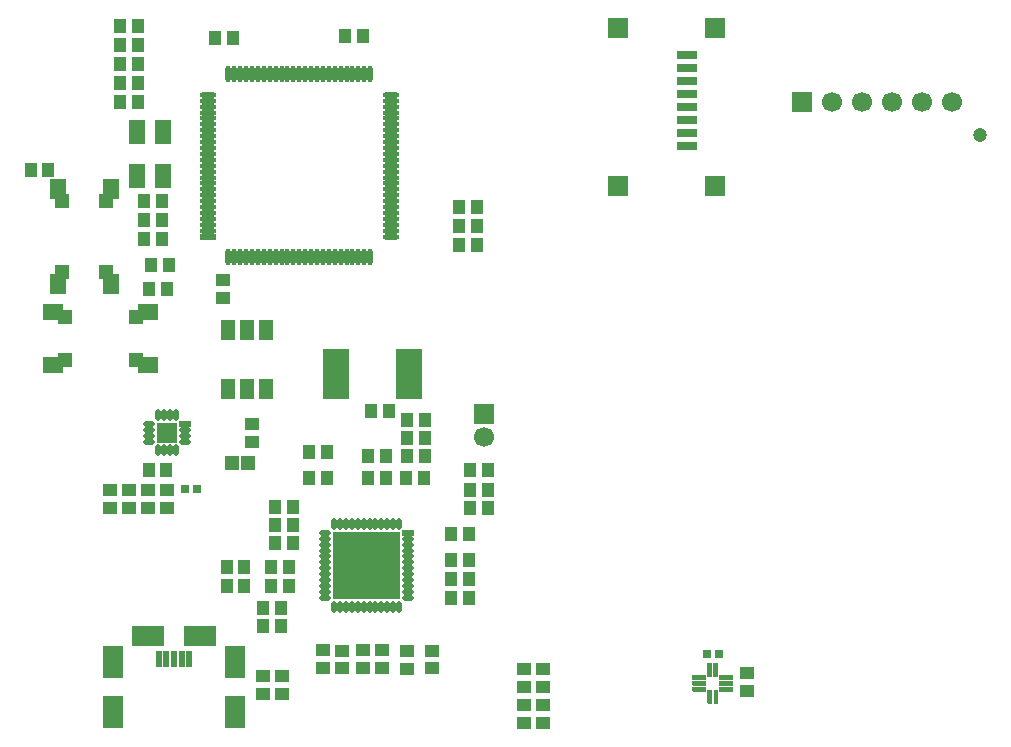
<source format=gbs>
G04 #@! TF.GenerationSoftware,KiCad,Pcbnew,(2017-02-02 revision 8dadc18)-makepkg*
G04 #@! TF.CreationDate,2017-03-13T12:53:18+03:00*
G04 #@! TF.ProjectId,Badge,42616467652E6B696361645F70636200,rev?*
G04 #@! TF.FileFunction,Soldermask,Bot*
G04 #@! TF.FilePolarity,Negative*
%FSLAX46Y46*%
G04 Gerber Fmt 4.6, Leading zero omitted, Abs format (unit mm)*
G04 Created by KiCad (PCBNEW (2017-02-02 revision 8dadc18)-makepkg) date 03/13/17 12:53:18*
%MOMM*%
%LPD*%
G01*
G04 APERTURE LIST*
%ADD10C,0.100000*%
%ADD11R,0.450000X1.200000*%
%ADD12C,0.450000*%
%ADD13R,2.300000X4.200000*%
%ADD14R,1.216000X1.089000*%
%ADD15R,1.700000X1.700000*%
%ADD16C,1.700000*%
%ADD17R,0.800000X0.800000*%
%ADD18R,1.000000X0.500000*%
%ADD19O,1.000000X0.500000*%
%ADD20O,0.500000X1.000000*%
%ADD21R,1.200000X1.300000*%
%ADD22R,1.700000X1.400000*%
%ADD23R,1.300000X1.200000*%
%ADD24R,1.400000X1.700000*%
%ADD25R,1.089000X1.216000*%
%ADD26R,1.701140X0.700380*%
%ADD27R,1.701140X1.701140*%
%ADD28R,1.700000X2.700000*%
%ADD29R,2.700000X1.700000*%
%ADD30R,0.600000X1.450000*%
%ADD31R,1.300000X1.800000*%
%ADD32R,1.400000X0.480000*%
%ADD33O,1.400000X0.480000*%
%ADD34O,0.480000X1.400000*%
%ADD35C,1.200000*%
%ADD36R,1.600000X1.600000*%
%ADD37R,1.398880X2.099920*%
%ADD38R,1.100000X1.200000*%
%ADD39R,1.200000X1.100000*%
%ADD40R,1.280000X1.200000*%
G04 APERTURE END LIST*
D10*
D11*
X159850000Y-108350000D03*
D10*
G36*
X159473527Y-107750542D02*
X159484448Y-107752162D01*
X159495157Y-107754844D01*
X159505552Y-107758564D01*
X159515532Y-107763284D01*
X159525002Y-107768960D01*
X159533869Y-107775536D01*
X159542050Y-107782950D01*
X159549464Y-107791131D01*
X159556040Y-107799998D01*
X159561716Y-107809468D01*
X159566436Y-107819448D01*
X159570156Y-107829843D01*
X159572838Y-107840552D01*
X159574458Y-107851473D01*
X159575000Y-107862500D01*
X159575000Y-108837500D01*
X159574458Y-108848527D01*
X159572838Y-108859448D01*
X159570156Y-108870157D01*
X159566436Y-108880552D01*
X159561716Y-108890532D01*
X159556040Y-108900002D01*
X159549464Y-108908869D01*
X159542050Y-108917050D01*
X159533869Y-108924464D01*
X159525002Y-108931040D01*
X159515532Y-108936716D01*
X159505552Y-108941436D01*
X159495157Y-108945156D01*
X159484448Y-108947838D01*
X159473527Y-108949458D01*
X159462500Y-108950000D01*
X159237500Y-108950000D01*
X159226473Y-108949458D01*
X159215552Y-108947838D01*
X159204843Y-108945156D01*
X159194448Y-108941436D01*
X159184468Y-108936716D01*
X159174998Y-108931040D01*
X159166131Y-108924464D01*
X159157950Y-108917050D01*
X159150536Y-108908869D01*
X159143960Y-108900002D01*
X159138284Y-108890532D01*
X159133564Y-108880552D01*
X159129844Y-108870157D01*
X159127162Y-108859448D01*
X159125542Y-108848527D01*
X159125000Y-108837500D01*
X159125000Y-107862500D01*
X159125542Y-107851473D01*
X159127162Y-107840552D01*
X159129844Y-107829843D01*
X159133564Y-107819448D01*
X159138284Y-107809468D01*
X159143960Y-107799998D01*
X159150536Y-107791131D01*
X159157950Y-107782950D01*
X159166131Y-107775536D01*
X159174998Y-107768960D01*
X159184468Y-107763284D01*
X159194448Y-107758564D01*
X159204843Y-107754844D01*
X159215552Y-107752162D01*
X159226473Y-107750542D01*
X159237500Y-107750000D01*
X159462500Y-107750000D01*
X159473527Y-107750542D01*
X159473527Y-107750542D01*
G37*
D12*
X159350000Y-108350000D03*
D10*
G36*
X158973527Y-107500542D02*
X158984448Y-107502162D01*
X158995157Y-107504844D01*
X159005552Y-107508564D01*
X159015532Y-107513284D01*
X159025002Y-107518960D01*
X159033869Y-107525536D01*
X159042050Y-107532950D01*
X159049464Y-107541131D01*
X159056040Y-107549998D01*
X159061716Y-107559468D01*
X159066436Y-107569448D01*
X159070156Y-107579843D01*
X159072838Y-107590552D01*
X159074458Y-107601473D01*
X159075000Y-107612500D01*
X159075000Y-107837500D01*
X159074458Y-107848527D01*
X159072838Y-107859448D01*
X159070156Y-107870157D01*
X159066436Y-107880552D01*
X159061716Y-107890532D01*
X159056040Y-107900002D01*
X159049464Y-107908869D01*
X159042050Y-107917050D01*
X159033869Y-107924464D01*
X159025002Y-107931040D01*
X159015532Y-107936716D01*
X159005552Y-107941436D01*
X158995157Y-107945156D01*
X158984448Y-107947838D01*
X158973527Y-107949458D01*
X158962500Y-107950000D01*
X157987500Y-107950000D01*
X157976473Y-107949458D01*
X157965552Y-107947838D01*
X157954843Y-107945156D01*
X157944448Y-107941436D01*
X157934468Y-107936716D01*
X157924998Y-107931040D01*
X157916131Y-107924464D01*
X157907950Y-107917050D01*
X157900536Y-107908869D01*
X157893960Y-107900002D01*
X157888284Y-107890532D01*
X157883564Y-107880552D01*
X157879844Y-107870157D01*
X157877162Y-107859448D01*
X157875542Y-107848527D01*
X157875000Y-107837500D01*
X157875000Y-107612500D01*
X157875542Y-107601473D01*
X157877162Y-107590552D01*
X157879844Y-107579843D01*
X157883564Y-107569448D01*
X157888284Y-107559468D01*
X157893960Y-107549998D01*
X157900536Y-107541131D01*
X157907950Y-107532950D01*
X157916131Y-107525536D01*
X157924998Y-107518960D01*
X157934468Y-107513284D01*
X157944448Y-107508564D01*
X157954843Y-107504844D01*
X157965552Y-107502162D01*
X157976473Y-107500542D01*
X157987500Y-107500000D01*
X158962500Y-107500000D01*
X158973527Y-107500542D01*
X158973527Y-107500542D01*
G37*
D12*
X158475000Y-107725000D03*
D10*
G36*
X158973527Y-107000542D02*
X158984448Y-107002162D01*
X158995157Y-107004844D01*
X159005552Y-107008564D01*
X159015532Y-107013284D01*
X159025002Y-107018960D01*
X159033869Y-107025536D01*
X159042050Y-107032950D01*
X159049464Y-107041131D01*
X159056040Y-107049998D01*
X159061716Y-107059468D01*
X159066436Y-107069448D01*
X159070156Y-107079843D01*
X159072838Y-107090552D01*
X159074458Y-107101473D01*
X159075000Y-107112500D01*
X159075000Y-107337500D01*
X159074458Y-107348527D01*
X159072838Y-107359448D01*
X159070156Y-107370157D01*
X159066436Y-107380552D01*
X159061716Y-107390532D01*
X159056040Y-107400002D01*
X159049464Y-107408869D01*
X159042050Y-107417050D01*
X159033869Y-107424464D01*
X159025002Y-107431040D01*
X159015532Y-107436716D01*
X159005552Y-107441436D01*
X158995157Y-107445156D01*
X158984448Y-107447838D01*
X158973527Y-107449458D01*
X158962500Y-107450000D01*
X157987500Y-107450000D01*
X157976473Y-107449458D01*
X157965552Y-107447838D01*
X157954843Y-107445156D01*
X157944448Y-107441436D01*
X157934468Y-107436716D01*
X157924998Y-107431040D01*
X157916131Y-107424464D01*
X157907950Y-107417050D01*
X157900536Y-107408869D01*
X157893960Y-107400002D01*
X157888284Y-107390532D01*
X157883564Y-107380552D01*
X157879844Y-107370157D01*
X157877162Y-107359448D01*
X157875542Y-107348527D01*
X157875000Y-107337500D01*
X157875000Y-107112500D01*
X157875542Y-107101473D01*
X157877162Y-107090552D01*
X157879844Y-107079843D01*
X157883564Y-107069448D01*
X157888284Y-107059468D01*
X157893960Y-107049998D01*
X157900536Y-107041131D01*
X157907950Y-107032950D01*
X157916131Y-107025536D01*
X157924998Y-107018960D01*
X157934468Y-107013284D01*
X157944448Y-107008564D01*
X157954843Y-107004844D01*
X157965552Y-107002162D01*
X157976473Y-107000542D01*
X157987500Y-107000000D01*
X158962500Y-107000000D01*
X158973527Y-107000542D01*
X158973527Y-107000542D01*
G37*
D12*
X158475000Y-107225000D03*
D10*
G36*
X158973527Y-106500542D02*
X158984448Y-106502162D01*
X158995157Y-106504844D01*
X159005552Y-106508564D01*
X159015532Y-106513284D01*
X159025002Y-106518960D01*
X159033869Y-106525536D01*
X159042050Y-106532950D01*
X159049464Y-106541131D01*
X159056040Y-106549998D01*
X159061716Y-106559468D01*
X159066436Y-106569448D01*
X159070156Y-106579843D01*
X159072838Y-106590552D01*
X159074458Y-106601473D01*
X159075000Y-106612500D01*
X159075000Y-106837500D01*
X159074458Y-106848527D01*
X159072838Y-106859448D01*
X159070156Y-106870157D01*
X159066436Y-106880552D01*
X159061716Y-106890532D01*
X159056040Y-106900002D01*
X159049464Y-106908869D01*
X159042050Y-106917050D01*
X159033869Y-106924464D01*
X159025002Y-106931040D01*
X159015532Y-106936716D01*
X159005552Y-106941436D01*
X158995157Y-106945156D01*
X158984448Y-106947838D01*
X158973527Y-106949458D01*
X158962500Y-106950000D01*
X157987500Y-106950000D01*
X157976473Y-106949458D01*
X157965552Y-106947838D01*
X157954843Y-106945156D01*
X157944448Y-106941436D01*
X157934468Y-106936716D01*
X157924998Y-106931040D01*
X157916131Y-106924464D01*
X157907950Y-106917050D01*
X157900536Y-106908869D01*
X157893960Y-106900002D01*
X157888284Y-106890532D01*
X157883564Y-106880552D01*
X157879844Y-106870157D01*
X157877162Y-106859448D01*
X157875542Y-106848527D01*
X157875000Y-106837500D01*
X157875000Y-106612500D01*
X157875542Y-106601473D01*
X157877162Y-106590552D01*
X157879844Y-106579843D01*
X157883564Y-106569448D01*
X157888284Y-106559468D01*
X157893960Y-106549998D01*
X157900536Y-106541131D01*
X157907950Y-106532950D01*
X157916131Y-106525536D01*
X157924998Y-106518960D01*
X157934468Y-106513284D01*
X157944448Y-106508564D01*
X157954843Y-106504844D01*
X157965552Y-106502162D01*
X157976473Y-106500542D01*
X157987500Y-106500000D01*
X158962500Y-106500000D01*
X158973527Y-106500542D01*
X158973527Y-106500542D01*
G37*
D12*
X158475000Y-106725000D03*
D10*
G36*
X159473527Y-105500542D02*
X159484448Y-105502162D01*
X159495157Y-105504844D01*
X159505552Y-105508564D01*
X159515532Y-105513284D01*
X159525002Y-105518960D01*
X159533869Y-105525536D01*
X159542050Y-105532950D01*
X159549464Y-105541131D01*
X159556040Y-105549998D01*
X159561716Y-105559468D01*
X159566436Y-105569448D01*
X159570156Y-105579843D01*
X159572838Y-105590552D01*
X159574458Y-105601473D01*
X159575000Y-105612500D01*
X159575000Y-106587500D01*
X159574458Y-106598527D01*
X159572838Y-106609448D01*
X159570156Y-106620157D01*
X159566436Y-106630552D01*
X159561716Y-106640532D01*
X159556040Y-106650002D01*
X159549464Y-106658869D01*
X159542050Y-106667050D01*
X159533869Y-106674464D01*
X159525002Y-106681040D01*
X159515532Y-106686716D01*
X159505552Y-106691436D01*
X159495157Y-106695156D01*
X159484448Y-106697838D01*
X159473527Y-106699458D01*
X159462500Y-106700000D01*
X159237500Y-106700000D01*
X159226473Y-106699458D01*
X159215552Y-106697838D01*
X159204843Y-106695156D01*
X159194448Y-106691436D01*
X159184468Y-106686716D01*
X159174998Y-106681040D01*
X159166131Y-106674464D01*
X159157950Y-106667050D01*
X159150536Y-106658869D01*
X159143960Y-106650002D01*
X159138284Y-106640532D01*
X159133564Y-106630552D01*
X159129844Y-106620157D01*
X159127162Y-106609448D01*
X159125542Y-106598527D01*
X159125000Y-106587500D01*
X159125000Y-105612500D01*
X159125542Y-105601473D01*
X159127162Y-105590552D01*
X159129844Y-105579843D01*
X159133564Y-105569448D01*
X159138284Y-105559468D01*
X159143960Y-105549998D01*
X159150536Y-105541131D01*
X159157950Y-105532950D01*
X159166131Y-105525536D01*
X159174998Y-105518960D01*
X159184468Y-105513284D01*
X159194448Y-105508564D01*
X159204843Y-105504844D01*
X159215552Y-105502162D01*
X159226473Y-105500542D01*
X159237500Y-105500000D01*
X159462500Y-105500000D01*
X159473527Y-105500542D01*
X159473527Y-105500542D01*
G37*
D12*
X159350000Y-106100000D03*
D10*
G36*
X159973527Y-105500542D02*
X159984448Y-105502162D01*
X159995157Y-105504844D01*
X160005552Y-105508564D01*
X160015532Y-105513284D01*
X160025002Y-105518960D01*
X160033869Y-105525536D01*
X160042050Y-105532950D01*
X160049464Y-105541131D01*
X160056040Y-105549998D01*
X160061716Y-105559468D01*
X160066436Y-105569448D01*
X160070156Y-105579843D01*
X160072838Y-105590552D01*
X160074458Y-105601473D01*
X160075000Y-105612500D01*
X160075000Y-106587500D01*
X160074458Y-106598527D01*
X160072838Y-106609448D01*
X160070156Y-106620157D01*
X160066436Y-106630552D01*
X160061716Y-106640532D01*
X160056040Y-106650002D01*
X160049464Y-106658869D01*
X160042050Y-106667050D01*
X160033869Y-106674464D01*
X160025002Y-106681040D01*
X160015532Y-106686716D01*
X160005552Y-106691436D01*
X159995157Y-106695156D01*
X159984448Y-106697838D01*
X159973527Y-106699458D01*
X159962500Y-106700000D01*
X159737500Y-106700000D01*
X159726473Y-106699458D01*
X159715552Y-106697838D01*
X159704843Y-106695156D01*
X159694448Y-106691436D01*
X159684468Y-106686716D01*
X159674998Y-106681040D01*
X159666131Y-106674464D01*
X159657950Y-106667050D01*
X159650536Y-106658869D01*
X159643960Y-106650002D01*
X159638284Y-106640532D01*
X159633564Y-106630552D01*
X159629844Y-106620157D01*
X159627162Y-106609448D01*
X159625542Y-106598527D01*
X159625000Y-106587500D01*
X159625000Y-105612500D01*
X159625542Y-105601473D01*
X159627162Y-105590552D01*
X159629844Y-105579843D01*
X159633564Y-105569448D01*
X159638284Y-105559468D01*
X159643960Y-105549998D01*
X159650536Y-105541131D01*
X159657950Y-105532950D01*
X159666131Y-105525536D01*
X159674998Y-105518960D01*
X159684468Y-105513284D01*
X159694448Y-105508564D01*
X159704843Y-105504844D01*
X159715552Y-105502162D01*
X159726473Y-105500542D01*
X159737500Y-105500000D01*
X159962500Y-105500000D01*
X159973527Y-105500542D01*
X159973527Y-105500542D01*
G37*
D12*
X159850000Y-106100000D03*
D10*
G36*
X161223527Y-106500542D02*
X161234448Y-106502162D01*
X161245157Y-106504844D01*
X161255552Y-106508564D01*
X161265532Y-106513284D01*
X161275002Y-106518960D01*
X161283869Y-106525536D01*
X161292050Y-106532950D01*
X161299464Y-106541131D01*
X161306040Y-106549998D01*
X161311716Y-106559468D01*
X161316436Y-106569448D01*
X161320156Y-106579843D01*
X161322838Y-106590552D01*
X161324458Y-106601473D01*
X161325000Y-106612500D01*
X161325000Y-106837500D01*
X161324458Y-106848527D01*
X161322838Y-106859448D01*
X161320156Y-106870157D01*
X161316436Y-106880552D01*
X161311716Y-106890532D01*
X161306040Y-106900002D01*
X161299464Y-106908869D01*
X161292050Y-106917050D01*
X161283869Y-106924464D01*
X161275002Y-106931040D01*
X161265532Y-106936716D01*
X161255552Y-106941436D01*
X161245157Y-106945156D01*
X161234448Y-106947838D01*
X161223527Y-106949458D01*
X161212500Y-106950000D01*
X160237500Y-106950000D01*
X160226473Y-106949458D01*
X160215552Y-106947838D01*
X160204843Y-106945156D01*
X160194448Y-106941436D01*
X160184468Y-106936716D01*
X160174998Y-106931040D01*
X160166131Y-106924464D01*
X160157950Y-106917050D01*
X160150536Y-106908869D01*
X160143960Y-106900002D01*
X160138284Y-106890532D01*
X160133564Y-106880552D01*
X160129844Y-106870157D01*
X160127162Y-106859448D01*
X160125542Y-106848527D01*
X160125000Y-106837500D01*
X160125000Y-106612500D01*
X160125542Y-106601473D01*
X160127162Y-106590552D01*
X160129844Y-106579843D01*
X160133564Y-106569448D01*
X160138284Y-106559468D01*
X160143960Y-106549998D01*
X160150536Y-106541131D01*
X160157950Y-106532950D01*
X160166131Y-106525536D01*
X160174998Y-106518960D01*
X160184468Y-106513284D01*
X160194448Y-106508564D01*
X160204843Y-106504844D01*
X160215552Y-106502162D01*
X160226473Y-106500542D01*
X160237500Y-106500000D01*
X161212500Y-106500000D01*
X161223527Y-106500542D01*
X161223527Y-106500542D01*
G37*
D12*
X160725000Y-106725000D03*
D10*
G36*
X161223527Y-107000542D02*
X161234448Y-107002162D01*
X161245157Y-107004844D01*
X161255552Y-107008564D01*
X161265532Y-107013284D01*
X161275002Y-107018960D01*
X161283869Y-107025536D01*
X161292050Y-107032950D01*
X161299464Y-107041131D01*
X161306040Y-107049998D01*
X161311716Y-107059468D01*
X161316436Y-107069448D01*
X161320156Y-107079843D01*
X161322838Y-107090552D01*
X161324458Y-107101473D01*
X161325000Y-107112500D01*
X161325000Y-107337500D01*
X161324458Y-107348527D01*
X161322838Y-107359448D01*
X161320156Y-107370157D01*
X161316436Y-107380552D01*
X161311716Y-107390532D01*
X161306040Y-107400002D01*
X161299464Y-107408869D01*
X161292050Y-107417050D01*
X161283869Y-107424464D01*
X161275002Y-107431040D01*
X161265532Y-107436716D01*
X161255552Y-107441436D01*
X161245157Y-107445156D01*
X161234448Y-107447838D01*
X161223527Y-107449458D01*
X161212500Y-107450000D01*
X160237500Y-107450000D01*
X160226473Y-107449458D01*
X160215552Y-107447838D01*
X160204843Y-107445156D01*
X160194448Y-107441436D01*
X160184468Y-107436716D01*
X160174998Y-107431040D01*
X160166131Y-107424464D01*
X160157950Y-107417050D01*
X160150536Y-107408869D01*
X160143960Y-107400002D01*
X160138284Y-107390532D01*
X160133564Y-107380552D01*
X160129844Y-107370157D01*
X160127162Y-107359448D01*
X160125542Y-107348527D01*
X160125000Y-107337500D01*
X160125000Y-107112500D01*
X160125542Y-107101473D01*
X160127162Y-107090552D01*
X160129844Y-107079843D01*
X160133564Y-107069448D01*
X160138284Y-107059468D01*
X160143960Y-107049998D01*
X160150536Y-107041131D01*
X160157950Y-107032950D01*
X160166131Y-107025536D01*
X160174998Y-107018960D01*
X160184468Y-107013284D01*
X160194448Y-107008564D01*
X160204843Y-107004844D01*
X160215552Y-107002162D01*
X160226473Y-107000542D01*
X160237500Y-107000000D01*
X161212500Y-107000000D01*
X161223527Y-107000542D01*
X161223527Y-107000542D01*
G37*
D12*
X160725000Y-107225000D03*
D10*
G36*
X161223527Y-107500542D02*
X161234448Y-107502162D01*
X161245157Y-107504844D01*
X161255552Y-107508564D01*
X161265532Y-107513284D01*
X161275002Y-107518960D01*
X161283869Y-107525536D01*
X161292050Y-107532950D01*
X161299464Y-107541131D01*
X161306040Y-107549998D01*
X161311716Y-107559468D01*
X161316436Y-107569448D01*
X161320156Y-107579843D01*
X161322838Y-107590552D01*
X161324458Y-107601473D01*
X161325000Y-107612500D01*
X161325000Y-107837500D01*
X161324458Y-107848527D01*
X161322838Y-107859448D01*
X161320156Y-107870157D01*
X161316436Y-107880552D01*
X161311716Y-107890532D01*
X161306040Y-107900002D01*
X161299464Y-107908869D01*
X161292050Y-107917050D01*
X161283869Y-107924464D01*
X161275002Y-107931040D01*
X161265532Y-107936716D01*
X161255552Y-107941436D01*
X161245157Y-107945156D01*
X161234448Y-107947838D01*
X161223527Y-107949458D01*
X161212500Y-107950000D01*
X160237500Y-107950000D01*
X160226473Y-107949458D01*
X160215552Y-107947838D01*
X160204843Y-107945156D01*
X160194448Y-107941436D01*
X160184468Y-107936716D01*
X160174998Y-107931040D01*
X160166131Y-107924464D01*
X160157950Y-107917050D01*
X160150536Y-107908869D01*
X160143960Y-107900002D01*
X160138284Y-107890532D01*
X160133564Y-107880552D01*
X160129844Y-107870157D01*
X160127162Y-107859448D01*
X160125542Y-107848527D01*
X160125000Y-107837500D01*
X160125000Y-107612500D01*
X160125542Y-107601473D01*
X160127162Y-107590552D01*
X160129844Y-107579843D01*
X160133564Y-107569448D01*
X160138284Y-107559468D01*
X160143960Y-107549998D01*
X160150536Y-107541131D01*
X160157950Y-107532950D01*
X160166131Y-107525536D01*
X160174998Y-107518960D01*
X160184468Y-107513284D01*
X160194448Y-107508564D01*
X160204843Y-107504844D01*
X160215552Y-107502162D01*
X160226473Y-107500542D01*
X160237500Y-107500000D01*
X161212500Y-107500000D01*
X161223527Y-107500542D01*
X161223527Y-107500542D01*
G37*
D12*
X160725000Y-107725000D03*
D13*
X133900000Y-81000000D03*
X127700000Y-81000000D03*
D14*
X162470000Y-107846000D03*
X162470000Y-106322000D03*
D15*
X140200000Y-84400000D03*
D16*
X140200000Y-86400000D03*
D17*
X159119000Y-104720000D03*
X160119000Y-104720000D03*
D18*
X114900000Y-85250000D03*
D19*
X114900000Y-85750000D03*
X114900000Y-86250000D03*
X114900000Y-86750000D03*
D20*
X114150000Y-87500000D03*
X113650000Y-87500000D03*
X113150000Y-87500000D03*
X112650000Y-87500000D03*
D19*
X111900000Y-86750000D03*
X111900000Y-86250000D03*
X111900000Y-85750000D03*
X111900000Y-85250000D03*
D20*
X112650000Y-84500000D03*
X113150000Y-84500000D03*
X113650000Y-84500000D03*
X114150000Y-84500000D03*
D15*
X113400000Y-86000000D03*
D21*
X110770000Y-76183600D03*
X110770000Y-79883600D03*
X104770000Y-76183600D03*
X104770000Y-79883600D03*
D22*
X103770000Y-75783600D03*
X103770000Y-80283600D03*
X111770000Y-75783600D03*
X111770000Y-80283600D03*
D23*
X108250000Y-72400000D03*
X104550000Y-72400000D03*
X108250000Y-66400000D03*
X104550000Y-66400000D03*
D24*
X108650000Y-65400000D03*
X104150000Y-65400000D03*
X108650000Y-73400000D03*
X104150000Y-73400000D03*
D25*
X125438000Y-87600000D03*
X126962000Y-87600000D03*
X111438000Y-66400000D03*
X112962000Y-66400000D03*
X109438000Y-58000000D03*
X110962000Y-58000000D03*
X139669000Y-66907700D03*
X138145000Y-66907700D03*
D14*
X118111900Y-74600400D03*
X118111900Y-73076400D03*
D25*
X112962000Y-69600000D03*
X111438000Y-69600000D03*
X110962000Y-51600000D03*
X109438000Y-51600000D03*
X109438000Y-56400000D03*
X110962000Y-56400000D03*
X109438000Y-54800000D03*
X110962000Y-54800000D03*
X138145000Y-68507700D03*
X139669000Y-68507700D03*
X139669000Y-70107700D03*
X138145000Y-70107700D03*
X132162000Y-84200000D03*
X130638000Y-84200000D03*
X110962000Y-53200000D03*
X109438000Y-53200000D03*
D14*
X143600000Y-107562000D03*
X143600000Y-106038000D03*
D25*
X129962000Y-52400000D03*
X128438000Y-52400000D03*
X118962000Y-52600000D03*
X117438000Y-52600000D03*
D14*
X108600000Y-90838000D03*
X108600000Y-92362000D03*
D25*
X137415000Y-96775000D03*
X138939000Y-96775000D03*
X121490000Y-100884000D03*
X123014000Y-100884000D03*
D14*
X111800000Y-90838000D03*
X111800000Y-92362000D03*
X131600000Y-104438000D03*
X131600000Y-105962000D03*
D25*
X123014000Y-102408000D03*
X121490000Y-102408000D03*
X133731000Y-86435000D03*
X135255000Y-86435000D03*
D14*
X130000000Y-104438000D03*
X130000000Y-105962000D03*
X143600000Y-110562000D03*
X143600000Y-109038000D03*
D25*
X112962000Y-68000000D03*
X111438000Y-68000000D03*
D14*
X133731000Y-104469000D03*
X133731000Y-105993000D03*
D25*
X131962000Y-89800000D03*
X130438000Y-89800000D03*
X133731000Y-84911000D03*
X135255000Y-84911000D03*
X133638000Y-89800000D03*
X135162000Y-89800000D03*
D14*
X126600000Y-104438000D03*
X126600000Y-105962000D03*
X113400000Y-90838000D03*
X113400000Y-92362000D03*
D25*
X138939000Y-99975000D03*
X137415000Y-99975000D03*
X125438000Y-89800000D03*
X126962000Y-89800000D03*
X138939000Y-98375000D03*
X137415000Y-98375000D03*
D14*
X110200000Y-92362000D03*
X110200000Y-90838000D03*
D25*
X123739000Y-98975000D03*
X122215000Y-98975000D03*
D14*
X121500000Y-108112000D03*
X121500000Y-106588000D03*
D25*
X123739000Y-97375000D03*
X122215000Y-97375000D03*
D26*
X157400300Y-61699460D03*
X157400300Y-60599640D03*
X157400300Y-59499820D03*
X157400300Y-58400000D03*
X157400300Y-57300180D03*
X157400300Y-56200360D03*
X157400300Y-55100540D03*
X157400300Y-54000720D03*
D27*
X151598940Y-65100520D03*
X159800600Y-65100520D03*
X151598940Y-51699480D03*
X159800600Y-51699480D03*
D15*
X167200000Y-58000000D03*
D16*
X169740000Y-58000000D03*
X172280000Y-58000000D03*
X174820000Y-58000000D03*
X177360000Y-58000000D03*
X179900000Y-58000000D03*
D28*
X119150000Y-109650000D03*
X108850000Y-109650000D03*
X119150000Y-105450000D03*
X108850000Y-105450000D03*
D29*
X116200000Y-103250000D03*
X111800000Y-103250000D03*
D30*
X115300000Y-105125000D03*
X114650000Y-105125000D03*
X114000000Y-105125000D03*
X113350000Y-105125000D03*
X112700000Y-105125000D03*
D31*
X121800000Y-77300000D03*
X120200000Y-77300000D03*
X118600000Y-77300000D03*
X121800000Y-82300000D03*
X120200000Y-82300000D03*
X118600000Y-82300000D03*
D32*
X116850000Y-69400000D03*
D33*
X116850000Y-68900000D03*
X116850000Y-68400000D03*
X116850000Y-67900000D03*
X116850000Y-67400000D03*
X116850000Y-66900000D03*
X116850000Y-66400000D03*
X116850000Y-65900000D03*
X116850000Y-65400000D03*
X116850000Y-64900000D03*
X116850000Y-64400000D03*
X116850000Y-63900000D03*
X116850000Y-63400000D03*
X116850000Y-62900000D03*
X116850000Y-62400000D03*
X116850000Y-61900000D03*
X116850000Y-61400000D03*
X116850000Y-60900000D03*
X116850000Y-60400000D03*
X116850000Y-59900000D03*
X116850000Y-59400000D03*
X116850000Y-58900000D03*
X116850000Y-58400000D03*
X116850000Y-57900000D03*
X116850000Y-57400000D03*
D34*
X118600000Y-55650000D03*
X119100000Y-55650000D03*
X119600000Y-55650000D03*
X120100000Y-55650000D03*
X120600000Y-55650000D03*
X121100000Y-55650000D03*
X121600000Y-55650000D03*
X122100000Y-55650000D03*
X122600000Y-55650000D03*
X123100000Y-55650000D03*
X123600000Y-55650000D03*
X124100000Y-55650000D03*
X124600000Y-55650000D03*
X125100000Y-55650000D03*
X125600000Y-55650000D03*
X126100000Y-55650000D03*
X126600000Y-55650000D03*
X127100000Y-55650000D03*
X127600000Y-55650000D03*
X128100000Y-55650000D03*
X128600000Y-55650000D03*
X129100000Y-55650000D03*
X129600000Y-55650000D03*
X130100000Y-55650000D03*
X130600000Y-55650000D03*
D33*
X132350000Y-57400000D03*
X132350000Y-57900000D03*
X132350000Y-58400000D03*
X132350000Y-58900000D03*
X132350000Y-59400000D03*
X132350000Y-59900000D03*
X132350000Y-60400000D03*
X132350000Y-60900000D03*
X132350000Y-61400000D03*
X132350000Y-61900000D03*
X132350000Y-62400000D03*
X132350000Y-62900000D03*
X132350000Y-63400000D03*
X132350000Y-63900000D03*
X132350000Y-64400000D03*
X132350000Y-64900000D03*
X132350000Y-65400000D03*
X132350000Y-65900000D03*
X132350000Y-66400000D03*
X132350000Y-66900000D03*
X132350000Y-67400000D03*
X132350000Y-67900000D03*
X132350000Y-68400000D03*
X132350000Y-68900000D03*
X132350000Y-69400000D03*
D34*
X130600000Y-71150000D03*
X130100000Y-71150000D03*
X129600000Y-71150000D03*
X129100000Y-71150000D03*
X128600000Y-71150000D03*
X128100000Y-71150000D03*
X127600000Y-71150000D03*
X127100000Y-71150000D03*
X126600000Y-71150000D03*
X126100000Y-71150000D03*
X125600000Y-71150000D03*
X125100000Y-71150000D03*
X124600000Y-71150000D03*
X124100000Y-71150000D03*
X123600000Y-71150000D03*
X123100000Y-71150000D03*
X122600000Y-71150000D03*
X122100000Y-71150000D03*
X121600000Y-71150000D03*
X121100000Y-71150000D03*
X120600000Y-71150000D03*
X120100000Y-71150000D03*
X119600000Y-71150000D03*
X119100000Y-71150000D03*
X118600000Y-71150000D03*
D35*
X182200000Y-60800000D03*
D18*
X133802000Y-94480000D03*
D36*
X129602000Y-96530000D03*
X128202000Y-96530000D03*
X128202000Y-95130000D03*
X129602000Y-95130000D03*
X128202000Y-97930000D03*
X129602000Y-97930000D03*
X128202000Y-99330000D03*
X129602000Y-99330000D03*
X131002000Y-99330000D03*
X131002000Y-97930000D03*
X132402000Y-97930000D03*
X132402000Y-99330000D03*
X131002000Y-96530000D03*
X131002000Y-95130000D03*
X132402000Y-95130000D03*
X132402000Y-96530000D03*
D19*
X133802000Y-94980000D03*
X133802000Y-95480000D03*
X133802000Y-95980000D03*
X133802000Y-96480000D03*
X133802000Y-96980000D03*
X133802000Y-97480000D03*
X133802000Y-97980000D03*
X133802000Y-98480000D03*
X133802000Y-98980000D03*
X133802000Y-99480000D03*
X133802000Y-99980000D03*
D20*
X133052000Y-100730000D03*
X132552000Y-100730000D03*
X132052000Y-100730000D03*
X131552000Y-100730000D03*
X131052000Y-100730000D03*
X130552000Y-100730000D03*
X130052000Y-100730000D03*
X129552000Y-100730000D03*
X129052000Y-100730000D03*
X128552000Y-100730000D03*
X128052000Y-100730000D03*
X127552000Y-100730000D03*
D19*
X126802000Y-99980000D03*
X126802000Y-99480000D03*
X126802000Y-98980000D03*
X126802000Y-98480000D03*
X126802000Y-97980000D03*
X126802000Y-97480000D03*
X126802000Y-96980000D03*
X126802000Y-96480000D03*
X126802000Y-95980000D03*
X126802000Y-95480000D03*
X126802000Y-94980000D03*
X126802000Y-94480000D03*
D20*
X127552000Y-93730000D03*
X128052000Y-93730000D03*
X128552000Y-93730000D03*
X129052000Y-93730000D03*
X129552000Y-93730000D03*
X130052000Y-93730000D03*
X130552000Y-93730000D03*
X131052000Y-93730000D03*
X131552000Y-93730000D03*
X132052000Y-93730000D03*
X132552000Y-93730000D03*
X133052000Y-93730000D03*
D37*
X110900180Y-64249120D03*
X110900180Y-60550880D03*
X113099820Y-60550880D03*
X113099820Y-64249120D03*
D38*
X118450000Y-97400000D03*
X119950000Y-97400000D03*
X112050000Y-71800000D03*
X113550000Y-71800000D03*
D39*
X145200000Y-110550000D03*
X145200000Y-109050000D03*
D38*
X103350000Y-63800000D03*
X101850000Y-63800000D03*
D39*
X120600000Y-85250000D03*
X120600000Y-86750000D03*
X123100000Y-106600000D03*
X123100000Y-108100000D03*
X145200000Y-107550000D03*
X145200000Y-106050000D03*
D38*
X119950000Y-99000000D03*
X118450000Y-99000000D03*
X113350000Y-89200000D03*
X111850000Y-89200000D03*
X124067000Y-92277000D03*
X122567000Y-92277000D03*
X137450000Y-94600000D03*
X138950000Y-94600000D03*
X131950000Y-88000000D03*
X130450000Y-88000000D03*
D39*
X135800000Y-105950000D03*
X135800000Y-104450000D03*
D38*
X139061000Y-90847000D03*
X140561000Y-90847000D03*
X140550000Y-92400000D03*
X139050000Y-92400000D03*
X139050000Y-89200000D03*
X140550000Y-89200000D03*
D39*
X128200000Y-104450000D03*
X128200000Y-105950000D03*
D38*
X122567000Y-93801000D03*
X124067000Y-93801000D03*
D40*
X120260000Y-88600000D03*
X118940000Y-88600000D03*
D17*
X114900000Y-90800000D03*
X115900000Y-90800000D03*
D25*
X122555000Y-95325000D03*
X124079000Y-95325000D03*
X111838000Y-73800000D03*
X113362000Y-73800000D03*
X133731000Y-87959000D03*
X135255000Y-87959000D03*
M02*

</source>
